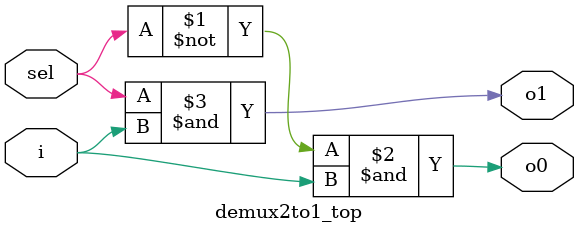
<source format=v>
`timescale 1ns / 1ps


module demux2to1_top(
  input wire i,
  input wire sel,
  output wire o0,
  output wire o1
    );
    
    assign o0= (~sel)&i;
    assign o1= sel&i;
endmodule

</source>
